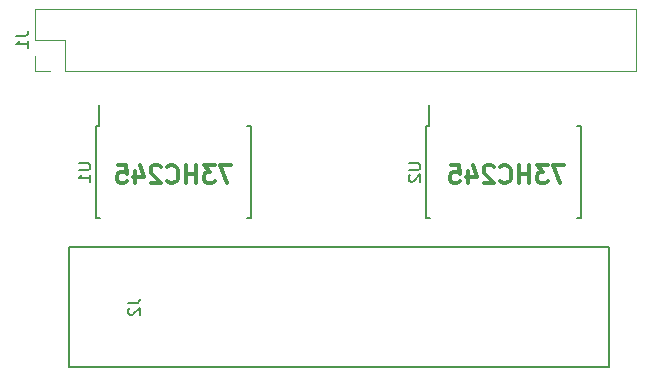
<source format=gbo>
G04 #@! TF.FileFunction,Legend,Bot*
%FSLAX46Y46*%
G04 Gerber Fmt 4.6, Leading zero omitted, Abs format (unit mm)*
G04 Created by KiCad (PCBNEW 4.0.7) date 01/21/18 21:57:34*
%MOMM*%
%LPD*%
G01*
G04 APERTURE LIST*
%ADD10C,0.100000*%
%ADD11C,0.300000*%
%ADD12C,0.150000*%
%ADD13C,0.120000*%
G04 APERTURE END LIST*
D10*
D11*
X144592856Y-102302571D02*
X143592856Y-102302571D01*
X144235713Y-103802571D01*
X143164285Y-102302571D02*
X142235714Y-102302571D01*
X142735714Y-102874000D01*
X142521428Y-102874000D01*
X142378571Y-102945429D01*
X142307142Y-103016857D01*
X142235714Y-103159714D01*
X142235714Y-103516857D01*
X142307142Y-103659714D01*
X142378571Y-103731143D01*
X142521428Y-103802571D01*
X142950000Y-103802571D01*
X143092857Y-103731143D01*
X143164285Y-103659714D01*
X141592857Y-103802571D02*
X141592857Y-102302571D01*
X141592857Y-103016857D02*
X140735714Y-103016857D01*
X140735714Y-103802571D02*
X140735714Y-102302571D01*
X139164285Y-103659714D02*
X139235714Y-103731143D01*
X139450000Y-103802571D01*
X139592857Y-103802571D01*
X139807142Y-103731143D01*
X139950000Y-103588286D01*
X140021428Y-103445429D01*
X140092857Y-103159714D01*
X140092857Y-102945429D01*
X140021428Y-102659714D01*
X139950000Y-102516857D01*
X139807142Y-102374000D01*
X139592857Y-102302571D01*
X139450000Y-102302571D01*
X139235714Y-102374000D01*
X139164285Y-102445429D01*
X138592857Y-102445429D02*
X138521428Y-102374000D01*
X138378571Y-102302571D01*
X138021428Y-102302571D01*
X137878571Y-102374000D01*
X137807142Y-102445429D01*
X137735714Y-102588286D01*
X137735714Y-102731143D01*
X137807142Y-102945429D01*
X138664285Y-103802571D01*
X137735714Y-103802571D01*
X136450000Y-102802571D02*
X136450000Y-103802571D01*
X136807143Y-102231143D02*
X137164286Y-103302571D01*
X136235714Y-103302571D01*
X134950000Y-102302571D02*
X135664286Y-102302571D01*
X135735715Y-103016857D01*
X135664286Y-102945429D01*
X135521429Y-102874000D01*
X135164286Y-102874000D01*
X135021429Y-102945429D01*
X134950000Y-103016857D01*
X134878572Y-103159714D01*
X134878572Y-103516857D01*
X134950000Y-103659714D01*
X135021429Y-103731143D01*
X135164286Y-103802571D01*
X135521429Y-103802571D01*
X135664286Y-103731143D01*
X135735715Y-103659714D01*
X172786856Y-102302571D02*
X171786856Y-102302571D01*
X172429713Y-103802571D01*
X171358285Y-102302571D02*
X170429714Y-102302571D01*
X170929714Y-102874000D01*
X170715428Y-102874000D01*
X170572571Y-102945429D01*
X170501142Y-103016857D01*
X170429714Y-103159714D01*
X170429714Y-103516857D01*
X170501142Y-103659714D01*
X170572571Y-103731143D01*
X170715428Y-103802571D01*
X171144000Y-103802571D01*
X171286857Y-103731143D01*
X171358285Y-103659714D01*
X169786857Y-103802571D02*
X169786857Y-102302571D01*
X169786857Y-103016857D02*
X168929714Y-103016857D01*
X168929714Y-103802571D02*
X168929714Y-102302571D01*
X167358285Y-103659714D02*
X167429714Y-103731143D01*
X167644000Y-103802571D01*
X167786857Y-103802571D01*
X168001142Y-103731143D01*
X168144000Y-103588286D01*
X168215428Y-103445429D01*
X168286857Y-103159714D01*
X168286857Y-102945429D01*
X168215428Y-102659714D01*
X168144000Y-102516857D01*
X168001142Y-102374000D01*
X167786857Y-102302571D01*
X167644000Y-102302571D01*
X167429714Y-102374000D01*
X167358285Y-102445429D01*
X166786857Y-102445429D02*
X166715428Y-102374000D01*
X166572571Y-102302571D01*
X166215428Y-102302571D01*
X166072571Y-102374000D01*
X166001142Y-102445429D01*
X165929714Y-102588286D01*
X165929714Y-102731143D01*
X166001142Y-102945429D01*
X166858285Y-103802571D01*
X165929714Y-103802571D01*
X164644000Y-102802571D02*
X164644000Y-103802571D01*
X165001143Y-102231143D02*
X165358286Y-103302571D01*
X164429714Y-103302571D01*
X163144000Y-102302571D02*
X163858286Y-102302571D01*
X163929715Y-103016857D01*
X163858286Y-102945429D01*
X163715429Y-102874000D01*
X163358286Y-102874000D01*
X163215429Y-102945429D01*
X163144000Y-103016857D01*
X163072572Y-103159714D01*
X163072572Y-103516857D01*
X163144000Y-103659714D01*
X163215429Y-103731143D01*
X163358286Y-103802571D01*
X163715429Y-103802571D01*
X163858286Y-103731143D01*
X163929715Y-103659714D01*
D12*
X130810000Y-109220000D02*
X130810000Y-119380000D01*
X130810000Y-119380000D02*
X176530000Y-119380000D01*
X176530000Y-119380000D02*
X176530000Y-109220000D01*
X176530000Y-109220000D02*
X130810000Y-109220000D01*
X133125000Y-98995000D02*
X133375000Y-98995000D01*
X133125000Y-106745000D02*
X133460000Y-106745000D01*
X146275000Y-106745000D02*
X145940000Y-106745000D01*
X146275000Y-98995000D02*
X145940000Y-98995000D01*
X133125000Y-98995000D02*
X133125000Y-106745000D01*
X146275000Y-98995000D02*
X146275000Y-106745000D01*
X133375000Y-98995000D02*
X133375000Y-97195000D01*
X161065000Y-98995000D02*
X161315000Y-98995000D01*
X161065000Y-106745000D02*
X161400000Y-106745000D01*
X174215000Y-106745000D02*
X173880000Y-106745000D01*
X174215000Y-98995000D02*
X173880000Y-98995000D01*
X161065000Y-98995000D02*
X161065000Y-106745000D01*
X174215000Y-98995000D02*
X174215000Y-106745000D01*
X161315000Y-98995000D02*
X161315000Y-97195000D01*
D13*
X130531000Y-94268600D02*
X178851000Y-94268600D01*
X178851000Y-94268600D02*
X178851000Y-89068600D01*
X178851000Y-89068600D02*
X127931000Y-89068600D01*
X127931000Y-89068600D02*
X127931000Y-91668600D01*
X127931000Y-91668600D02*
X130531000Y-91668600D01*
X130531000Y-91668600D02*
X130531000Y-94268600D01*
X129261000Y-94268600D02*
X127931000Y-94268600D01*
X127931000Y-94268600D02*
X127931000Y-92998600D01*
D12*
X135842381Y-113966667D02*
X136556667Y-113966667D01*
X136699524Y-113919047D01*
X136794762Y-113823809D01*
X136842381Y-113680952D01*
X136842381Y-113585714D01*
X135937619Y-114395238D02*
X135890000Y-114442857D01*
X135842381Y-114538095D01*
X135842381Y-114776191D01*
X135890000Y-114871429D01*
X135937619Y-114919048D01*
X136032857Y-114966667D01*
X136128095Y-114966667D01*
X136270952Y-114919048D01*
X136842381Y-114347619D01*
X136842381Y-114966667D01*
X131652381Y-102108095D02*
X132461905Y-102108095D01*
X132557143Y-102155714D01*
X132604762Y-102203333D01*
X132652381Y-102298571D01*
X132652381Y-102489048D01*
X132604762Y-102584286D01*
X132557143Y-102631905D01*
X132461905Y-102679524D01*
X131652381Y-102679524D01*
X132652381Y-103679524D02*
X132652381Y-103108095D01*
X132652381Y-103393809D02*
X131652381Y-103393809D01*
X131795238Y-103298571D01*
X131890476Y-103203333D01*
X131938095Y-103108095D01*
X159592381Y-102108095D02*
X160401905Y-102108095D01*
X160497143Y-102155714D01*
X160544762Y-102203333D01*
X160592381Y-102298571D01*
X160592381Y-102489048D01*
X160544762Y-102584286D01*
X160497143Y-102631905D01*
X160401905Y-102679524D01*
X159592381Y-102679524D01*
X159687619Y-103108095D02*
X159640000Y-103155714D01*
X159592381Y-103250952D01*
X159592381Y-103489048D01*
X159640000Y-103584286D01*
X159687619Y-103631905D01*
X159782857Y-103679524D01*
X159878095Y-103679524D01*
X160020952Y-103631905D01*
X160592381Y-103060476D01*
X160592381Y-103679524D01*
X126383381Y-91335267D02*
X127097667Y-91335267D01*
X127240524Y-91287647D01*
X127335762Y-91192409D01*
X127383381Y-91049552D01*
X127383381Y-90954314D01*
X127383381Y-92335267D02*
X127383381Y-91763838D01*
X127383381Y-92049552D02*
X126383381Y-92049552D01*
X126526238Y-91954314D01*
X126621476Y-91859076D01*
X126669095Y-91763838D01*
M02*

</source>
